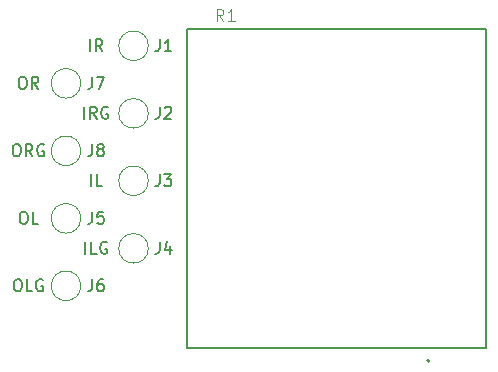
<source format=gbr>
G04 #@! TF.GenerationSoftware,KiCad,Pcbnew,5.1.10-88a1d61d58~88~ubuntu16.04.1*
G04 #@! TF.CreationDate,2021-05-12T14:17:30+02:00*
G04 #@! TF.ProjectId,alps-adapter,616c7073-2d61-4646-9170-7465722e6b69,rev?*
G04 #@! TF.SameCoordinates,Original*
G04 #@! TF.FileFunction,Legend,Top*
G04 #@! TF.FilePolarity,Positive*
%FSLAX46Y46*%
G04 Gerber Fmt 4.6, Leading zero omitted, Abs format (unit mm)*
G04 Created by KiCad (PCBNEW 5.1.10-88a1d61d58~88~ubuntu16.04.1) date 2021-05-12 14:17:30*
%MOMM*%
%LPD*%
G01*
G04 APERTURE LIST*
%ADD10C,0.150000*%
%ADD11C,0.127000*%
%ADD12C,0.200000*%
%ADD13C,0.120000*%
%ADD14C,0.015000*%
G04 APERTURE END LIST*
D10*
X167910000Y-102322380D02*
X168100476Y-102322380D01*
X168195714Y-102370000D01*
X168290952Y-102465238D01*
X168338571Y-102655714D01*
X168338571Y-102989047D01*
X168290952Y-103179523D01*
X168195714Y-103274761D01*
X168100476Y-103322380D01*
X167910000Y-103322380D01*
X167814761Y-103274761D01*
X167719523Y-103179523D01*
X167671904Y-102989047D01*
X167671904Y-102655714D01*
X167719523Y-102465238D01*
X167814761Y-102370000D01*
X167910000Y-102322380D01*
X169243333Y-103322380D02*
X168767142Y-103322380D01*
X168767142Y-102322380D01*
X170100476Y-102370000D02*
X170005238Y-102322380D01*
X169862380Y-102322380D01*
X169719523Y-102370000D01*
X169624285Y-102465238D01*
X169576666Y-102560476D01*
X169529047Y-102750952D01*
X169529047Y-102893809D01*
X169576666Y-103084285D01*
X169624285Y-103179523D01*
X169719523Y-103274761D01*
X169862380Y-103322380D01*
X169957619Y-103322380D01*
X170100476Y-103274761D01*
X170148095Y-103227142D01*
X170148095Y-102893809D01*
X169957619Y-102893809D01*
X168410000Y-96607380D02*
X168600476Y-96607380D01*
X168695714Y-96655000D01*
X168790952Y-96750238D01*
X168838571Y-96940714D01*
X168838571Y-97274047D01*
X168790952Y-97464523D01*
X168695714Y-97559761D01*
X168600476Y-97607380D01*
X168410000Y-97607380D01*
X168314761Y-97559761D01*
X168219523Y-97464523D01*
X168171904Y-97274047D01*
X168171904Y-96940714D01*
X168219523Y-96750238D01*
X168314761Y-96655000D01*
X168410000Y-96607380D01*
X169743333Y-97607380D02*
X169267142Y-97607380D01*
X169267142Y-96607380D01*
X167814761Y-90892380D02*
X168005238Y-90892380D01*
X168100476Y-90940000D01*
X168195714Y-91035238D01*
X168243333Y-91225714D01*
X168243333Y-91559047D01*
X168195714Y-91749523D01*
X168100476Y-91844761D01*
X168005238Y-91892380D01*
X167814761Y-91892380D01*
X167719523Y-91844761D01*
X167624285Y-91749523D01*
X167576666Y-91559047D01*
X167576666Y-91225714D01*
X167624285Y-91035238D01*
X167719523Y-90940000D01*
X167814761Y-90892380D01*
X169243333Y-91892380D02*
X168910000Y-91416190D01*
X168671904Y-91892380D02*
X168671904Y-90892380D01*
X169052857Y-90892380D01*
X169148095Y-90940000D01*
X169195714Y-90987619D01*
X169243333Y-91082857D01*
X169243333Y-91225714D01*
X169195714Y-91320952D01*
X169148095Y-91368571D01*
X169052857Y-91416190D01*
X168671904Y-91416190D01*
X170195714Y-90940000D02*
X170100476Y-90892380D01*
X169957619Y-90892380D01*
X169814761Y-90940000D01*
X169719523Y-91035238D01*
X169671904Y-91130476D01*
X169624285Y-91320952D01*
X169624285Y-91463809D01*
X169671904Y-91654285D01*
X169719523Y-91749523D01*
X169814761Y-91844761D01*
X169957619Y-91892380D01*
X170052857Y-91892380D01*
X170195714Y-91844761D01*
X170243333Y-91797142D01*
X170243333Y-91463809D01*
X170052857Y-91463809D01*
X173720238Y-100147380D02*
X173720238Y-99147380D01*
X174672619Y-100147380D02*
X174196428Y-100147380D01*
X174196428Y-99147380D01*
X175529761Y-99195000D02*
X175434523Y-99147380D01*
X175291666Y-99147380D01*
X175148809Y-99195000D01*
X175053571Y-99290238D01*
X175005952Y-99385476D01*
X174958333Y-99575952D01*
X174958333Y-99718809D01*
X175005952Y-99909285D01*
X175053571Y-100004523D01*
X175148809Y-100099761D01*
X175291666Y-100147380D01*
X175386904Y-100147380D01*
X175529761Y-100099761D01*
X175577380Y-100052142D01*
X175577380Y-99718809D01*
X175386904Y-99718809D01*
X174220238Y-94432380D02*
X174220238Y-93432380D01*
X175172619Y-94432380D02*
X174696428Y-94432380D01*
X174696428Y-93432380D01*
X173625000Y-88717380D02*
X173625000Y-87717380D01*
X174672619Y-88717380D02*
X174339285Y-88241190D01*
X174101190Y-88717380D02*
X174101190Y-87717380D01*
X174482142Y-87717380D01*
X174577380Y-87765000D01*
X174625000Y-87812619D01*
X174672619Y-87907857D01*
X174672619Y-88050714D01*
X174625000Y-88145952D01*
X174577380Y-88193571D01*
X174482142Y-88241190D01*
X174101190Y-88241190D01*
X175625000Y-87765000D02*
X175529761Y-87717380D01*
X175386904Y-87717380D01*
X175244047Y-87765000D01*
X175148809Y-87860238D01*
X175101190Y-87955476D01*
X175053571Y-88145952D01*
X175053571Y-88288809D01*
X175101190Y-88479285D01*
X175148809Y-88574523D01*
X175244047Y-88669761D01*
X175386904Y-88717380D01*
X175482142Y-88717380D01*
X175625000Y-88669761D01*
X175672619Y-88622142D01*
X175672619Y-88288809D01*
X175482142Y-88288809D01*
X168314761Y-85177380D02*
X168505238Y-85177380D01*
X168600476Y-85225000D01*
X168695714Y-85320238D01*
X168743333Y-85510714D01*
X168743333Y-85844047D01*
X168695714Y-86034523D01*
X168600476Y-86129761D01*
X168505238Y-86177380D01*
X168314761Y-86177380D01*
X168219523Y-86129761D01*
X168124285Y-86034523D01*
X168076666Y-85844047D01*
X168076666Y-85510714D01*
X168124285Y-85320238D01*
X168219523Y-85225000D01*
X168314761Y-85177380D01*
X169743333Y-86177380D02*
X169410000Y-85701190D01*
X169171904Y-86177380D02*
X169171904Y-85177380D01*
X169552857Y-85177380D01*
X169648095Y-85225000D01*
X169695714Y-85272619D01*
X169743333Y-85367857D01*
X169743333Y-85510714D01*
X169695714Y-85605952D01*
X169648095Y-85653571D01*
X169552857Y-85701190D01*
X169171904Y-85701190D01*
X174125000Y-83002380D02*
X174125000Y-82002380D01*
X175172619Y-83002380D02*
X174839285Y-82526190D01*
X174601190Y-83002380D02*
X174601190Y-82002380D01*
X174982142Y-82002380D01*
X175077380Y-82050000D01*
X175125000Y-82097619D01*
X175172619Y-82192857D01*
X175172619Y-82335714D01*
X175125000Y-82430952D01*
X175077380Y-82478571D01*
X174982142Y-82526190D01*
X174601190Y-82526190D01*
D11*
X207645000Y-81115000D02*
X182345000Y-81115000D01*
X182345000Y-81115000D02*
X182345000Y-108115000D01*
X182345000Y-108115000D02*
X207645000Y-108115000D01*
X207645000Y-108115000D02*
X207645000Y-81115000D01*
D12*
X202845000Y-109215000D02*
G75*
G03*
X202845000Y-109215000I-100000J0D01*
G01*
D13*
X173336000Y-91440000D02*
G75*
G03*
X173336000Y-91440000I-1251000J0D01*
G01*
X173336000Y-85725000D02*
G75*
G03*
X173336000Y-85725000I-1251000J0D01*
G01*
X173336000Y-102870000D02*
G75*
G03*
X173336000Y-102870000I-1251000J0D01*
G01*
X173336000Y-97155000D02*
G75*
G03*
X173336000Y-97155000I-1251000J0D01*
G01*
X179051000Y-99695000D02*
G75*
G03*
X179051000Y-99695000I-1251000J0D01*
G01*
X179051000Y-93980000D02*
G75*
G03*
X179051000Y-93980000I-1251000J0D01*
G01*
X179051000Y-88265000D02*
G75*
G03*
X179051000Y-88265000I-1251000J0D01*
G01*
X179051000Y-82550000D02*
G75*
G03*
X179051000Y-82550000I-1251000J0D01*
G01*
D14*
X185403333Y-80432380D02*
X185070000Y-79956190D01*
X184831904Y-80432380D02*
X184831904Y-79432380D01*
X185212857Y-79432380D01*
X185308095Y-79480000D01*
X185355714Y-79527619D01*
X185403333Y-79622857D01*
X185403333Y-79765714D01*
X185355714Y-79860952D01*
X185308095Y-79908571D01*
X185212857Y-79956190D01*
X184831904Y-79956190D01*
X186355714Y-80432380D02*
X185784285Y-80432380D01*
X186070000Y-80432380D02*
X186070000Y-79432380D01*
X185974761Y-79575238D01*
X185879523Y-79670476D01*
X185784285Y-79718095D01*
D10*
X174291666Y-90892380D02*
X174291666Y-91606666D01*
X174244047Y-91749523D01*
X174148809Y-91844761D01*
X174005952Y-91892380D01*
X173910714Y-91892380D01*
X174910714Y-91320952D02*
X174815476Y-91273333D01*
X174767857Y-91225714D01*
X174720238Y-91130476D01*
X174720238Y-91082857D01*
X174767857Y-90987619D01*
X174815476Y-90940000D01*
X174910714Y-90892380D01*
X175101190Y-90892380D01*
X175196428Y-90940000D01*
X175244047Y-90987619D01*
X175291666Y-91082857D01*
X175291666Y-91130476D01*
X175244047Y-91225714D01*
X175196428Y-91273333D01*
X175101190Y-91320952D01*
X174910714Y-91320952D01*
X174815476Y-91368571D01*
X174767857Y-91416190D01*
X174720238Y-91511428D01*
X174720238Y-91701904D01*
X174767857Y-91797142D01*
X174815476Y-91844761D01*
X174910714Y-91892380D01*
X175101190Y-91892380D01*
X175196428Y-91844761D01*
X175244047Y-91797142D01*
X175291666Y-91701904D01*
X175291666Y-91511428D01*
X175244047Y-91416190D01*
X175196428Y-91368571D01*
X175101190Y-91320952D01*
X174291666Y-85177380D02*
X174291666Y-85891666D01*
X174244047Y-86034523D01*
X174148809Y-86129761D01*
X174005952Y-86177380D01*
X173910714Y-86177380D01*
X174672619Y-85177380D02*
X175339285Y-85177380D01*
X174910714Y-86177380D01*
X174291666Y-102322380D02*
X174291666Y-103036666D01*
X174244047Y-103179523D01*
X174148809Y-103274761D01*
X174005952Y-103322380D01*
X173910714Y-103322380D01*
X175196428Y-102322380D02*
X175005952Y-102322380D01*
X174910714Y-102370000D01*
X174863095Y-102417619D01*
X174767857Y-102560476D01*
X174720238Y-102750952D01*
X174720238Y-103131904D01*
X174767857Y-103227142D01*
X174815476Y-103274761D01*
X174910714Y-103322380D01*
X175101190Y-103322380D01*
X175196428Y-103274761D01*
X175244047Y-103227142D01*
X175291666Y-103131904D01*
X175291666Y-102893809D01*
X175244047Y-102798571D01*
X175196428Y-102750952D01*
X175101190Y-102703333D01*
X174910714Y-102703333D01*
X174815476Y-102750952D01*
X174767857Y-102798571D01*
X174720238Y-102893809D01*
X174291666Y-96607380D02*
X174291666Y-97321666D01*
X174244047Y-97464523D01*
X174148809Y-97559761D01*
X174005952Y-97607380D01*
X173910714Y-97607380D01*
X175244047Y-96607380D02*
X174767857Y-96607380D01*
X174720238Y-97083571D01*
X174767857Y-97035952D01*
X174863095Y-96988333D01*
X175101190Y-96988333D01*
X175196428Y-97035952D01*
X175244047Y-97083571D01*
X175291666Y-97178809D01*
X175291666Y-97416904D01*
X175244047Y-97512142D01*
X175196428Y-97559761D01*
X175101190Y-97607380D01*
X174863095Y-97607380D01*
X174767857Y-97559761D01*
X174720238Y-97512142D01*
X180006666Y-99147380D02*
X180006666Y-99861666D01*
X179959047Y-100004523D01*
X179863809Y-100099761D01*
X179720952Y-100147380D01*
X179625714Y-100147380D01*
X180911428Y-99480714D02*
X180911428Y-100147380D01*
X180673333Y-99099761D02*
X180435238Y-99814047D01*
X181054285Y-99814047D01*
X180006666Y-93432380D02*
X180006666Y-94146666D01*
X179959047Y-94289523D01*
X179863809Y-94384761D01*
X179720952Y-94432380D01*
X179625714Y-94432380D01*
X180387619Y-93432380D02*
X181006666Y-93432380D01*
X180673333Y-93813333D01*
X180816190Y-93813333D01*
X180911428Y-93860952D01*
X180959047Y-93908571D01*
X181006666Y-94003809D01*
X181006666Y-94241904D01*
X180959047Y-94337142D01*
X180911428Y-94384761D01*
X180816190Y-94432380D01*
X180530476Y-94432380D01*
X180435238Y-94384761D01*
X180387619Y-94337142D01*
X180006666Y-87717380D02*
X180006666Y-88431666D01*
X179959047Y-88574523D01*
X179863809Y-88669761D01*
X179720952Y-88717380D01*
X179625714Y-88717380D01*
X180435238Y-87812619D02*
X180482857Y-87765000D01*
X180578095Y-87717380D01*
X180816190Y-87717380D01*
X180911428Y-87765000D01*
X180959047Y-87812619D01*
X181006666Y-87907857D01*
X181006666Y-88003095D01*
X180959047Y-88145952D01*
X180387619Y-88717380D01*
X181006666Y-88717380D01*
X180006666Y-82002380D02*
X180006666Y-82716666D01*
X179959047Y-82859523D01*
X179863809Y-82954761D01*
X179720952Y-83002380D01*
X179625714Y-83002380D01*
X181006666Y-83002380D02*
X180435238Y-83002380D01*
X180720952Y-83002380D02*
X180720952Y-82002380D01*
X180625714Y-82145238D01*
X180530476Y-82240476D01*
X180435238Y-82288095D01*
M02*

</source>
